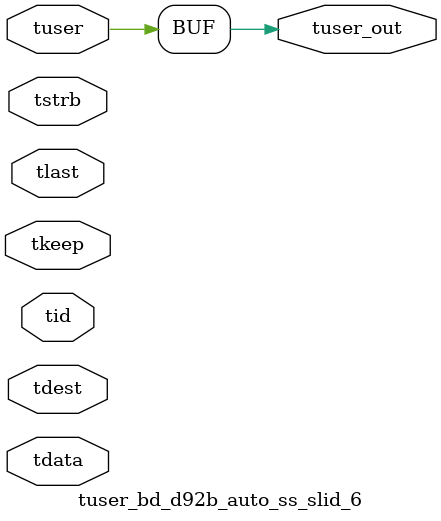
<source format=v>


`timescale 1ps/1ps

module tuser_bd_d92b_auto_ss_slid_6 #
(
parameter C_S_AXIS_TUSER_WIDTH = 1,
parameter C_S_AXIS_TDATA_WIDTH = 32,
parameter C_S_AXIS_TID_WIDTH   = 0,
parameter C_S_AXIS_TDEST_WIDTH = 0,
parameter C_M_AXIS_TUSER_WIDTH = 1
)
(
input  [(C_S_AXIS_TUSER_WIDTH == 0 ? 1 : C_S_AXIS_TUSER_WIDTH)-1:0     ] tuser,
input  [(C_S_AXIS_TDATA_WIDTH == 0 ? 1 : C_S_AXIS_TDATA_WIDTH)-1:0     ] tdata,
input  [(C_S_AXIS_TID_WIDTH   == 0 ? 1 : C_S_AXIS_TID_WIDTH)-1:0       ] tid,
input  [(C_S_AXIS_TDEST_WIDTH == 0 ? 1 : C_S_AXIS_TDEST_WIDTH)-1:0     ] tdest,
input  [(C_S_AXIS_TDATA_WIDTH/8)-1:0 ] tkeep,
input  [(C_S_AXIS_TDATA_WIDTH/8)-1:0 ] tstrb,
input                                                                    tlast,
output [C_M_AXIS_TUSER_WIDTH-1:0] tuser_out
);

assign tuser_out = {tuser[0:0]};

endmodule


</source>
